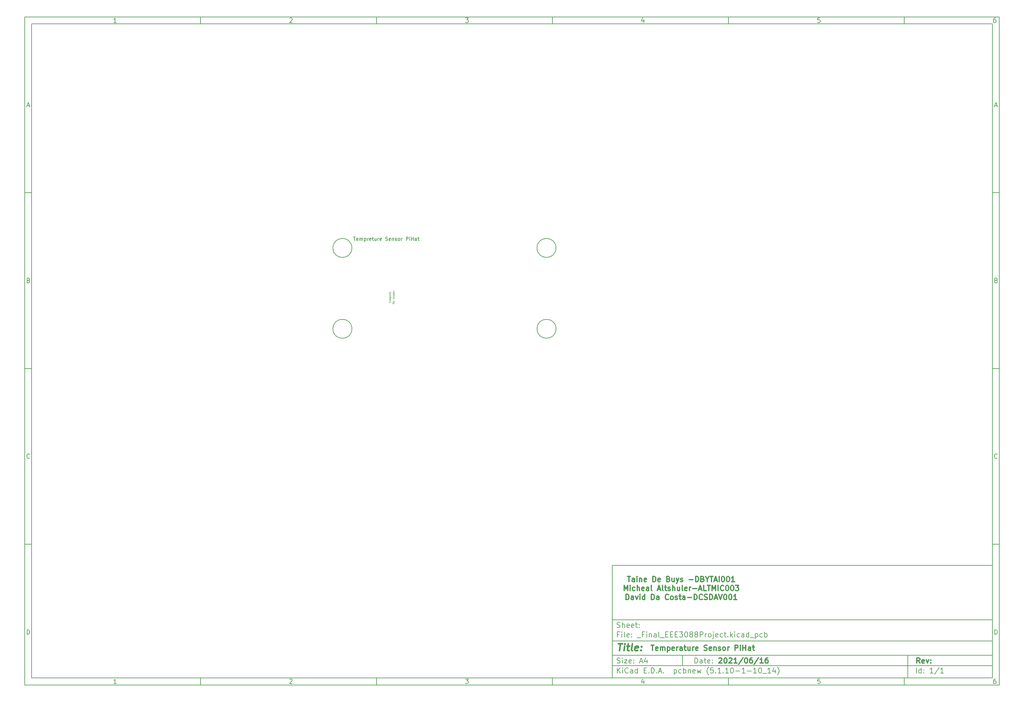
<source format=gbr>
%TF.GenerationSoftware,KiCad,Pcbnew,(5.1.10-1-10_14)*%
%TF.CreationDate,2021-06-17T20:45:02+02:00*%
%TF.ProjectId,_Final_EEE3088Project,5f46696e-616c-45f4-9545-453330383850,rev?*%
%TF.SameCoordinates,Original*%
%TF.FileFunction,Other,Comment*%
%FSLAX46Y46*%
G04 Gerber Fmt 4.6, Leading zero omitted, Abs format (unit mm)*
G04 Created by KiCad (PCBNEW (5.1.10-1-10_14)) date 2021-06-17 20:45:02*
%MOMM*%
%LPD*%
G01*
G04 APERTURE LIST*
%ADD10C,0.100000*%
%ADD11C,0.150000*%
%ADD12C,0.300000*%
%ADD13C,0.400000*%
%ADD14C,0.080000*%
G04 APERTURE END LIST*
D10*
D11*
X177002200Y-166007200D02*
X177002200Y-198007200D01*
X285002200Y-198007200D01*
X285002200Y-166007200D01*
X177002200Y-166007200D01*
D10*
D11*
X10000000Y-10000000D02*
X10000000Y-200007200D01*
X287002200Y-200007200D01*
X287002200Y-10000000D01*
X10000000Y-10000000D01*
D10*
D11*
X12000000Y-12000000D02*
X12000000Y-198007200D01*
X285002200Y-198007200D01*
X285002200Y-12000000D01*
X12000000Y-12000000D01*
D10*
D11*
X60000000Y-12000000D02*
X60000000Y-10000000D01*
D10*
D11*
X110000000Y-12000000D02*
X110000000Y-10000000D01*
D10*
D11*
X160000000Y-12000000D02*
X160000000Y-10000000D01*
D10*
D11*
X210000000Y-12000000D02*
X210000000Y-10000000D01*
D10*
D11*
X260000000Y-12000000D02*
X260000000Y-10000000D01*
D10*
D11*
X36065476Y-11588095D02*
X35322619Y-11588095D01*
X35694047Y-11588095D02*
X35694047Y-10288095D01*
X35570238Y-10473809D01*
X35446428Y-10597619D01*
X35322619Y-10659523D01*
D10*
D11*
X85322619Y-10411904D02*
X85384523Y-10350000D01*
X85508333Y-10288095D01*
X85817857Y-10288095D01*
X85941666Y-10350000D01*
X86003571Y-10411904D01*
X86065476Y-10535714D01*
X86065476Y-10659523D01*
X86003571Y-10845238D01*
X85260714Y-11588095D01*
X86065476Y-11588095D01*
D10*
D11*
X135260714Y-10288095D02*
X136065476Y-10288095D01*
X135632142Y-10783333D01*
X135817857Y-10783333D01*
X135941666Y-10845238D01*
X136003571Y-10907142D01*
X136065476Y-11030952D01*
X136065476Y-11340476D01*
X136003571Y-11464285D01*
X135941666Y-11526190D01*
X135817857Y-11588095D01*
X135446428Y-11588095D01*
X135322619Y-11526190D01*
X135260714Y-11464285D01*
D10*
D11*
X185941666Y-10721428D02*
X185941666Y-11588095D01*
X185632142Y-10226190D02*
X185322619Y-11154761D01*
X186127380Y-11154761D01*
D10*
D11*
X236003571Y-10288095D02*
X235384523Y-10288095D01*
X235322619Y-10907142D01*
X235384523Y-10845238D01*
X235508333Y-10783333D01*
X235817857Y-10783333D01*
X235941666Y-10845238D01*
X236003571Y-10907142D01*
X236065476Y-11030952D01*
X236065476Y-11340476D01*
X236003571Y-11464285D01*
X235941666Y-11526190D01*
X235817857Y-11588095D01*
X235508333Y-11588095D01*
X235384523Y-11526190D01*
X235322619Y-11464285D01*
D10*
D11*
X285941666Y-10288095D02*
X285694047Y-10288095D01*
X285570238Y-10350000D01*
X285508333Y-10411904D01*
X285384523Y-10597619D01*
X285322619Y-10845238D01*
X285322619Y-11340476D01*
X285384523Y-11464285D01*
X285446428Y-11526190D01*
X285570238Y-11588095D01*
X285817857Y-11588095D01*
X285941666Y-11526190D01*
X286003571Y-11464285D01*
X286065476Y-11340476D01*
X286065476Y-11030952D01*
X286003571Y-10907142D01*
X285941666Y-10845238D01*
X285817857Y-10783333D01*
X285570238Y-10783333D01*
X285446428Y-10845238D01*
X285384523Y-10907142D01*
X285322619Y-11030952D01*
D10*
D11*
X60000000Y-198007200D02*
X60000000Y-200007200D01*
D10*
D11*
X110000000Y-198007200D02*
X110000000Y-200007200D01*
D10*
D11*
X160000000Y-198007200D02*
X160000000Y-200007200D01*
D10*
D11*
X210000000Y-198007200D02*
X210000000Y-200007200D01*
D10*
D11*
X260000000Y-198007200D02*
X260000000Y-200007200D01*
D10*
D11*
X36065476Y-199595295D02*
X35322619Y-199595295D01*
X35694047Y-199595295D02*
X35694047Y-198295295D01*
X35570238Y-198481009D01*
X35446428Y-198604819D01*
X35322619Y-198666723D01*
D10*
D11*
X85322619Y-198419104D02*
X85384523Y-198357200D01*
X85508333Y-198295295D01*
X85817857Y-198295295D01*
X85941666Y-198357200D01*
X86003571Y-198419104D01*
X86065476Y-198542914D01*
X86065476Y-198666723D01*
X86003571Y-198852438D01*
X85260714Y-199595295D01*
X86065476Y-199595295D01*
D10*
D11*
X135260714Y-198295295D02*
X136065476Y-198295295D01*
X135632142Y-198790533D01*
X135817857Y-198790533D01*
X135941666Y-198852438D01*
X136003571Y-198914342D01*
X136065476Y-199038152D01*
X136065476Y-199347676D01*
X136003571Y-199471485D01*
X135941666Y-199533390D01*
X135817857Y-199595295D01*
X135446428Y-199595295D01*
X135322619Y-199533390D01*
X135260714Y-199471485D01*
D10*
D11*
X185941666Y-198728628D02*
X185941666Y-199595295D01*
X185632142Y-198233390D02*
X185322619Y-199161961D01*
X186127380Y-199161961D01*
D10*
D11*
X236003571Y-198295295D02*
X235384523Y-198295295D01*
X235322619Y-198914342D01*
X235384523Y-198852438D01*
X235508333Y-198790533D01*
X235817857Y-198790533D01*
X235941666Y-198852438D01*
X236003571Y-198914342D01*
X236065476Y-199038152D01*
X236065476Y-199347676D01*
X236003571Y-199471485D01*
X235941666Y-199533390D01*
X235817857Y-199595295D01*
X235508333Y-199595295D01*
X235384523Y-199533390D01*
X235322619Y-199471485D01*
D10*
D11*
X285941666Y-198295295D02*
X285694047Y-198295295D01*
X285570238Y-198357200D01*
X285508333Y-198419104D01*
X285384523Y-198604819D01*
X285322619Y-198852438D01*
X285322619Y-199347676D01*
X285384523Y-199471485D01*
X285446428Y-199533390D01*
X285570238Y-199595295D01*
X285817857Y-199595295D01*
X285941666Y-199533390D01*
X286003571Y-199471485D01*
X286065476Y-199347676D01*
X286065476Y-199038152D01*
X286003571Y-198914342D01*
X285941666Y-198852438D01*
X285817857Y-198790533D01*
X285570238Y-198790533D01*
X285446428Y-198852438D01*
X285384523Y-198914342D01*
X285322619Y-199038152D01*
D10*
D11*
X10000000Y-60000000D02*
X12000000Y-60000000D01*
D10*
D11*
X10000000Y-110000000D02*
X12000000Y-110000000D01*
D10*
D11*
X10000000Y-160000000D02*
X12000000Y-160000000D01*
D10*
D11*
X10690476Y-35216666D02*
X11309523Y-35216666D01*
X10566666Y-35588095D02*
X11000000Y-34288095D01*
X11433333Y-35588095D01*
D10*
D11*
X11092857Y-84907142D02*
X11278571Y-84969047D01*
X11340476Y-85030952D01*
X11402380Y-85154761D01*
X11402380Y-85340476D01*
X11340476Y-85464285D01*
X11278571Y-85526190D01*
X11154761Y-85588095D01*
X10659523Y-85588095D01*
X10659523Y-84288095D01*
X11092857Y-84288095D01*
X11216666Y-84350000D01*
X11278571Y-84411904D01*
X11340476Y-84535714D01*
X11340476Y-84659523D01*
X11278571Y-84783333D01*
X11216666Y-84845238D01*
X11092857Y-84907142D01*
X10659523Y-84907142D01*
D10*
D11*
X11402380Y-135464285D02*
X11340476Y-135526190D01*
X11154761Y-135588095D01*
X11030952Y-135588095D01*
X10845238Y-135526190D01*
X10721428Y-135402380D01*
X10659523Y-135278571D01*
X10597619Y-135030952D01*
X10597619Y-134845238D01*
X10659523Y-134597619D01*
X10721428Y-134473809D01*
X10845238Y-134350000D01*
X11030952Y-134288095D01*
X11154761Y-134288095D01*
X11340476Y-134350000D01*
X11402380Y-134411904D01*
D10*
D11*
X10659523Y-185588095D02*
X10659523Y-184288095D01*
X10969047Y-184288095D01*
X11154761Y-184350000D01*
X11278571Y-184473809D01*
X11340476Y-184597619D01*
X11402380Y-184845238D01*
X11402380Y-185030952D01*
X11340476Y-185278571D01*
X11278571Y-185402380D01*
X11154761Y-185526190D01*
X10969047Y-185588095D01*
X10659523Y-185588095D01*
D10*
D11*
X287002200Y-60000000D02*
X285002200Y-60000000D01*
D10*
D11*
X287002200Y-110000000D02*
X285002200Y-110000000D01*
D10*
D11*
X287002200Y-160000000D02*
X285002200Y-160000000D01*
D10*
D11*
X285692676Y-35216666D02*
X286311723Y-35216666D01*
X285568866Y-35588095D02*
X286002200Y-34288095D01*
X286435533Y-35588095D01*
D10*
D11*
X286095057Y-84907142D02*
X286280771Y-84969047D01*
X286342676Y-85030952D01*
X286404580Y-85154761D01*
X286404580Y-85340476D01*
X286342676Y-85464285D01*
X286280771Y-85526190D01*
X286156961Y-85588095D01*
X285661723Y-85588095D01*
X285661723Y-84288095D01*
X286095057Y-84288095D01*
X286218866Y-84350000D01*
X286280771Y-84411904D01*
X286342676Y-84535714D01*
X286342676Y-84659523D01*
X286280771Y-84783333D01*
X286218866Y-84845238D01*
X286095057Y-84907142D01*
X285661723Y-84907142D01*
D10*
D11*
X286404580Y-135464285D02*
X286342676Y-135526190D01*
X286156961Y-135588095D01*
X286033152Y-135588095D01*
X285847438Y-135526190D01*
X285723628Y-135402380D01*
X285661723Y-135278571D01*
X285599819Y-135030952D01*
X285599819Y-134845238D01*
X285661723Y-134597619D01*
X285723628Y-134473809D01*
X285847438Y-134350000D01*
X286033152Y-134288095D01*
X286156961Y-134288095D01*
X286342676Y-134350000D01*
X286404580Y-134411904D01*
D10*
D11*
X285661723Y-185588095D02*
X285661723Y-184288095D01*
X285971247Y-184288095D01*
X286156961Y-184350000D01*
X286280771Y-184473809D01*
X286342676Y-184597619D01*
X286404580Y-184845238D01*
X286404580Y-185030952D01*
X286342676Y-185278571D01*
X286280771Y-185402380D01*
X286156961Y-185526190D01*
X285971247Y-185588095D01*
X285661723Y-185588095D01*
D10*
D11*
X200434342Y-193785771D02*
X200434342Y-192285771D01*
X200791485Y-192285771D01*
X201005771Y-192357200D01*
X201148628Y-192500057D01*
X201220057Y-192642914D01*
X201291485Y-192928628D01*
X201291485Y-193142914D01*
X201220057Y-193428628D01*
X201148628Y-193571485D01*
X201005771Y-193714342D01*
X200791485Y-193785771D01*
X200434342Y-193785771D01*
X202577200Y-193785771D02*
X202577200Y-193000057D01*
X202505771Y-192857200D01*
X202362914Y-192785771D01*
X202077200Y-192785771D01*
X201934342Y-192857200D01*
X202577200Y-193714342D02*
X202434342Y-193785771D01*
X202077200Y-193785771D01*
X201934342Y-193714342D01*
X201862914Y-193571485D01*
X201862914Y-193428628D01*
X201934342Y-193285771D01*
X202077200Y-193214342D01*
X202434342Y-193214342D01*
X202577200Y-193142914D01*
X203077200Y-192785771D02*
X203648628Y-192785771D01*
X203291485Y-192285771D02*
X203291485Y-193571485D01*
X203362914Y-193714342D01*
X203505771Y-193785771D01*
X203648628Y-193785771D01*
X204720057Y-193714342D02*
X204577200Y-193785771D01*
X204291485Y-193785771D01*
X204148628Y-193714342D01*
X204077200Y-193571485D01*
X204077200Y-193000057D01*
X204148628Y-192857200D01*
X204291485Y-192785771D01*
X204577200Y-192785771D01*
X204720057Y-192857200D01*
X204791485Y-193000057D01*
X204791485Y-193142914D01*
X204077200Y-193285771D01*
X205434342Y-193642914D02*
X205505771Y-193714342D01*
X205434342Y-193785771D01*
X205362914Y-193714342D01*
X205434342Y-193642914D01*
X205434342Y-193785771D01*
X205434342Y-192857200D02*
X205505771Y-192928628D01*
X205434342Y-193000057D01*
X205362914Y-192928628D01*
X205434342Y-192857200D01*
X205434342Y-193000057D01*
D10*
D11*
X177002200Y-194507200D02*
X285002200Y-194507200D01*
D10*
D11*
X178434342Y-196585771D02*
X178434342Y-195085771D01*
X179291485Y-196585771D02*
X178648628Y-195728628D01*
X179291485Y-195085771D02*
X178434342Y-195942914D01*
X179934342Y-196585771D02*
X179934342Y-195585771D01*
X179934342Y-195085771D02*
X179862914Y-195157200D01*
X179934342Y-195228628D01*
X180005771Y-195157200D01*
X179934342Y-195085771D01*
X179934342Y-195228628D01*
X181505771Y-196442914D02*
X181434342Y-196514342D01*
X181220057Y-196585771D01*
X181077200Y-196585771D01*
X180862914Y-196514342D01*
X180720057Y-196371485D01*
X180648628Y-196228628D01*
X180577200Y-195942914D01*
X180577200Y-195728628D01*
X180648628Y-195442914D01*
X180720057Y-195300057D01*
X180862914Y-195157200D01*
X181077200Y-195085771D01*
X181220057Y-195085771D01*
X181434342Y-195157200D01*
X181505771Y-195228628D01*
X182791485Y-196585771D02*
X182791485Y-195800057D01*
X182720057Y-195657200D01*
X182577200Y-195585771D01*
X182291485Y-195585771D01*
X182148628Y-195657200D01*
X182791485Y-196514342D02*
X182648628Y-196585771D01*
X182291485Y-196585771D01*
X182148628Y-196514342D01*
X182077200Y-196371485D01*
X182077200Y-196228628D01*
X182148628Y-196085771D01*
X182291485Y-196014342D01*
X182648628Y-196014342D01*
X182791485Y-195942914D01*
X184148628Y-196585771D02*
X184148628Y-195085771D01*
X184148628Y-196514342D02*
X184005771Y-196585771D01*
X183720057Y-196585771D01*
X183577200Y-196514342D01*
X183505771Y-196442914D01*
X183434342Y-196300057D01*
X183434342Y-195871485D01*
X183505771Y-195728628D01*
X183577200Y-195657200D01*
X183720057Y-195585771D01*
X184005771Y-195585771D01*
X184148628Y-195657200D01*
X186005771Y-195800057D02*
X186505771Y-195800057D01*
X186720057Y-196585771D02*
X186005771Y-196585771D01*
X186005771Y-195085771D01*
X186720057Y-195085771D01*
X187362914Y-196442914D02*
X187434342Y-196514342D01*
X187362914Y-196585771D01*
X187291485Y-196514342D01*
X187362914Y-196442914D01*
X187362914Y-196585771D01*
X188077200Y-196585771D02*
X188077200Y-195085771D01*
X188434342Y-195085771D01*
X188648628Y-195157200D01*
X188791485Y-195300057D01*
X188862914Y-195442914D01*
X188934342Y-195728628D01*
X188934342Y-195942914D01*
X188862914Y-196228628D01*
X188791485Y-196371485D01*
X188648628Y-196514342D01*
X188434342Y-196585771D01*
X188077200Y-196585771D01*
X189577200Y-196442914D02*
X189648628Y-196514342D01*
X189577200Y-196585771D01*
X189505771Y-196514342D01*
X189577200Y-196442914D01*
X189577200Y-196585771D01*
X190220057Y-196157200D02*
X190934342Y-196157200D01*
X190077200Y-196585771D02*
X190577200Y-195085771D01*
X191077200Y-196585771D01*
X191577200Y-196442914D02*
X191648628Y-196514342D01*
X191577200Y-196585771D01*
X191505771Y-196514342D01*
X191577200Y-196442914D01*
X191577200Y-196585771D01*
X194577200Y-195585771D02*
X194577200Y-197085771D01*
X194577200Y-195657200D02*
X194720057Y-195585771D01*
X195005771Y-195585771D01*
X195148628Y-195657200D01*
X195220057Y-195728628D01*
X195291485Y-195871485D01*
X195291485Y-196300057D01*
X195220057Y-196442914D01*
X195148628Y-196514342D01*
X195005771Y-196585771D01*
X194720057Y-196585771D01*
X194577200Y-196514342D01*
X196577200Y-196514342D02*
X196434342Y-196585771D01*
X196148628Y-196585771D01*
X196005771Y-196514342D01*
X195934342Y-196442914D01*
X195862914Y-196300057D01*
X195862914Y-195871485D01*
X195934342Y-195728628D01*
X196005771Y-195657200D01*
X196148628Y-195585771D01*
X196434342Y-195585771D01*
X196577200Y-195657200D01*
X197220057Y-196585771D02*
X197220057Y-195085771D01*
X197220057Y-195657200D02*
X197362914Y-195585771D01*
X197648628Y-195585771D01*
X197791485Y-195657200D01*
X197862914Y-195728628D01*
X197934342Y-195871485D01*
X197934342Y-196300057D01*
X197862914Y-196442914D01*
X197791485Y-196514342D01*
X197648628Y-196585771D01*
X197362914Y-196585771D01*
X197220057Y-196514342D01*
X198577200Y-195585771D02*
X198577200Y-196585771D01*
X198577200Y-195728628D02*
X198648628Y-195657200D01*
X198791485Y-195585771D01*
X199005771Y-195585771D01*
X199148628Y-195657200D01*
X199220057Y-195800057D01*
X199220057Y-196585771D01*
X200505771Y-196514342D02*
X200362914Y-196585771D01*
X200077200Y-196585771D01*
X199934342Y-196514342D01*
X199862914Y-196371485D01*
X199862914Y-195800057D01*
X199934342Y-195657200D01*
X200077200Y-195585771D01*
X200362914Y-195585771D01*
X200505771Y-195657200D01*
X200577200Y-195800057D01*
X200577200Y-195942914D01*
X199862914Y-196085771D01*
X201077200Y-195585771D02*
X201362914Y-196585771D01*
X201648628Y-195871485D01*
X201934342Y-196585771D01*
X202220057Y-195585771D01*
X204362914Y-197157200D02*
X204291485Y-197085771D01*
X204148628Y-196871485D01*
X204077200Y-196728628D01*
X204005771Y-196514342D01*
X203934342Y-196157200D01*
X203934342Y-195871485D01*
X204005771Y-195514342D01*
X204077200Y-195300057D01*
X204148628Y-195157200D01*
X204291485Y-194942914D01*
X204362914Y-194871485D01*
X205648628Y-195085771D02*
X204934342Y-195085771D01*
X204862914Y-195800057D01*
X204934342Y-195728628D01*
X205077200Y-195657200D01*
X205434342Y-195657200D01*
X205577200Y-195728628D01*
X205648628Y-195800057D01*
X205720057Y-195942914D01*
X205720057Y-196300057D01*
X205648628Y-196442914D01*
X205577200Y-196514342D01*
X205434342Y-196585771D01*
X205077200Y-196585771D01*
X204934342Y-196514342D01*
X204862914Y-196442914D01*
X206362914Y-196442914D02*
X206434342Y-196514342D01*
X206362914Y-196585771D01*
X206291485Y-196514342D01*
X206362914Y-196442914D01*
X206362914Y-196585771D01*
X207862914Y-196585771D02*
X207005771Y-196585771D01*
X207434342Y-196585771D02*
X207434342Y-195085771D01*
X207291485Y-195300057D01*
X207148628Y-195442914D01*
X207005771Y-195514342D01*
X208505771Y-196442914D02*
X208577200Y-196514342D01*
X208505771Y-196585771D01*
X208434342Y-196514342D01*
X208505771Y-196442914D01*
X208505771Y-196585771D01*
X210005771Y-196585771D02*
X209148628Y-196585771D01*
X209577200Y-196585771D02*
X209577200Y-195085771D01*
X209434342Y-195300057D01*
X209291485Y-195442914D01*
X209148628Y-195514342D01*
X210934342Y-195085771D02*
X211077200Y-195085771D01*
X211220057Y-195157200D01*
X211291485Y-195228628D01*
X211362914Y-195371485D01*
X211434342Y-195657200D01*
X211434342Y-196014342D01*
X211362914Y-196300057D01*
X211291485Y-196442914D01*
X211220057Y-196514342D01*
X211077200Y-196585771D01*
X210934342Y-196585771D01*
X210791485Y-196514342D01*
X210720057Y-196442914D01*
X210648628Y-196300057D01*
X210577200Y-196014342D01*
X210577200Y-195657200D01*
X210648628Y-195371485D01*
X210720057Y-195228628D01*
X210791485Y-195157200D01*
X210934342Y-195085771D01*
X212077200Y-196014342D02*
X213220057Y-196014342D01*
X214720057Y-196585771D02*
X213862914Y-196585771D01*
X214291485Y-196585771D02*
X214291485Y-195085771D01*
X214148628Y-195300057D01*
X214005771Y-195442914D01*
X213862914Y-195514342D01*
X215362914Y-196014342D02*
X216505771Y-196014342D01*
X218005771Y-196585771D02*
X217148628Y-196585771D01*
X217577200Y-196585771D02*
X217577200Y-195085771D01*
X217434342Y-195300057D01*
X217291485Y-195442914D01*
X217148628Y-195514342D01*
X218934342Y-195085771D02*
X219077200Y-195085771D01*
X219220057Y-195157200D01*
X219291485Y-195228628D01*
X219362914Y-195371485D01*
X219434342Y-195657200D01*
X219434342Y-196014342D01*
X219362914Y-196300057D01*
X219291485Y-196442914D01*
X219220057Y-196514342D01*
X219077200Y-196585771D01*
X218934342Y-196585771D01*
X218791485Y-196514342D01*
X218720057Y-196442914D01*
X218648628Y-196300057D01*
X218577200Y-196014342D01*
X218577200Y-195657200D01*
X218648628Y-195371485D01*
X218720057Y-195228628D01*
X218791485Y-195157200D01*
X218934342Y-195085771D01*
X219720057Y-196728628D02*
X220862914Y-196728628D01*
X222005771Y-196585771D02*
X221148628Y-196585771D01*
X221577200Y-196585771D02*
X221577200Y-195085771D01*
X221434342Y-195300057D01*
X221291485Y-195442914D01*
X221148628Y-195514342D01*
X223291485Y-195585771D02*
X223291485Y-196585771D01*
X222934342Y-195014342D02*
X222577200Y-196085771D01*
X223505771Y-196085771D01*
X223934342Y-197157200D02*
X224005771Y-197085771D01*
X224148628Y-196871485D01*
X224220057Y-196728628D01*
X224291485Y-196514342D01*
X224362914Y-196157200D01*
X224362914Y-195871485D01*
X224291485Y-195514342D01*
X224220057Y-195300057D01*
X224148628Y-195157200D01*
X224005771Y-194942914D01*
X223934342Y-194871485D01*
D10*
D11*
X177002200Y-191507200D02*
X285002200Y-191507200D01*
D10*
D12*
X264411485Y-193785771D02*
X263911485Y-193071485D01*
X263554342Y-193785771D02*
X263554342Y-192285771D01*
X264125771Y-192285771D01*
X264268628Y-192357200D01*
X264340057Y-192428628D01*
X264411485Y-192571485D01*
X264411485Y-192785771D01*
X264340057Y-192928628D01*
X264268628Y-193000057D01*
X264125771Y-193071485D01*
X263554342Y-193071485D01*
X265625771Y-193714342D02*
X265482914Y-193785771D01*
X265197200Y-193785771D01*
X265054342Y-193714342D01*
X264982914Y-193571485D01*
X264982914Y-193000057D01*
X265054342Y-192857200D01*
X265197200Y-192785771D01*
X265482914Y-192785771D01*
X265625771Y-192857200D01*
X265697200Y-193000057D01*
X265697200Y-193142914D01*
X264982914Y-193285771D01*
X266197200Y-192785771D02*
X266554342Y-193785771D01*
X266911485Y-192785771D01*
X267482914Y-193642914D02*
X267554342Y-193714342D01*
X267482914Y-193785771D01*
X267411485Y-193714342D01*
X267482914Y-193642914D01*
X267482914Y-193785771D01*
X267482914Y-192857200D02*
X267554342Y-192928628D01*
X267482914Y-193000057D01*
X267411485Y-192928628D01*
X267482914Y-192857200D01*
X267482914Y-193000057D01*
D10*
D11*
X178362914Y-193714342D02*
X178577200Y-193785771D01*
X178934342Y-193785771D01*
X179077200Y-193714342D01*
X179148628Y-193642914D01*
X179220057Y-193500057D01*
X179220057Y-193357200D01*
X179148628Y-193214342D01*
X179077200Y-193142914D01*
X178934342Y-193071485D01*
X178648628Y-193000057D01*
X178505771Y-192928628D01*
X178434342Y-192857200D01*
X178362914Y-192714342D01*
X178362914Y-192571485D01*
X178434342Y-192428628D01*
X178505771Y-192357200D01*
X178648628Y-192285771D01*
X179005771Y-192285771D01*
X179220057Y-192357200D01*
X179862914Y-193785771D02*
X179862914Y-192785771D01*
X179862914Y-192285771D02*
X179791485Y-192357200D01*
X179862914Y-192428628D01*
X179934342Y-192357200D01*
X179862914Y-192285771D01*
X179862914Y-192428628D01*
X180434342Y-192785771D02*
X181220057Y-192785771D01*
X180434342Y-193785771D01*
X181220057Y-193785771D01*
X182362914Y-193714342D02*
X182220057Y-193785771D01*
X181934342Y-193785771D01*
X181791485Y-193714342D01*
X181720057Y-193571485D01*
X181720057Y-193000057D01*
X181791485Y-192857200D01*
X181934342Y-192785771D01*
X182220057Y-192785771D01*
X182362914Y-192857200D01*
X182434342Y-193000057D01*
X182434342Y-193142914D01*
X181720057Y-193285771D01*
X183077200Y-193642914D02*
X183148628Y-193714342D01*
X183077200Y-193785771D01*
X183005771Y-193714342D01*
X183077200Y-193642914D01*
X183077200Y-193785771D01*
X183077200Y-192857200D02*
X183148628Y-192928628D01*
X183077200Y-193000057D01*
X183005771Y-192928628D01*
X183077200Y-192857200D01*
X183077200Y-193000057D01*
X184862914Y-193357200D02*
X185577200Y-193357200D01*
X184720057Y-193785771D02*
X185220057Y-192285771D01*
X185720057Y-193785771D01*
X186862914Y-192785771D02*
X186862914Y-193785771D01*
X186505771Y-192214342D02*
X186148628Y-193285771D01*
X187077200Y-193285771D01*
D10*
D11*
X263434342Y-196585771D02*
X263434342Y-195085771D01*
X264791485Y-196585771D02*
X264791485Y-195085771D01*
X264791485Y-196514342D02*
X264648628Y-196585771D01*
X264362914Y-196585771D01*
X264220057Y-196514342D01*
X264148628Y-196442914D01*
X264077200Y-196300057D01*
X264077200Y-195871485D01*
X264148628Y-195728628D01*
X264220057Y-195657200D01*
X264362914Y-195585771D01*
X264648628Y-195585771D01*
X264791485Y-195657200D01*
X265505771Y-196442914D02*
X265577200Y-196514342D01*
X265505771Y-196585771D01*
X265434342Y-196514342D01*
X265505771Y-196442914D01*
X265505771Y-196585771D01*
X265505771Y-195657200D02*
X265577200Y-195728628D01*
X265505771Y-195800057D01*
X265434342Y-195728628D01*
X265505771Y-195657200D01*
X265505771Y-195800057D01*
X268148628Y-196585771D02*
X267291485Y-196585771D01*
X267720057Y-196585771D02*
X267720057Y-195085771D01*
X267577200Y-195300057D01*
X267434342Y-195442914D01*
X267291485Y-195514342D01*
X269862914Y-195014342D02*
X268577200Y-196942914D01*
X271148628Y-196585771D02*
X270291485Y-196585771D01*
X270720057Y-196585771D02*
X270720057Y-195085771D01*
X270577200Y-195300057D01*
X270434342Y-195442914D01*
X270291485Y-195514342D01*
D10*
D11*
X177002200Y-187507200D02*
X285002200Y-187507200D01*
D10*
D13*
X178714580Y-188211961D02*
X179857438Y-188211961D01*
X179036009Y-190211961D02*
X179286009Y-188211961D01*
X180274104Y-190211961D02*
X180440771Y-188878628D01*
X180524104Y-188211961D02*
X180416961Y-188307200D01*
X180500295Y-188402438D01*
X180607438Y-188307200D01*
X180524104Y-188211961D01*
X180500295Y-188402438D01*
X181107438Y-188878628D02*
X181869342Y-188878628D01*
X181476485Y-188211961D02*
X181262200Y-189926247D01*
X181333628Y-190116723D01*
X181512200Y-190211961D01*
X181702676Y-190211961D01*
X182655057Y-190211961D02*
X182476485Y-190116723D01*
X182405057Y-189926247D01*
X182619342Y-188211961D01*
X184190771Y-190116723D02*
X183988390Y-190211961D01*
X183607438Y-190211961D01*
X183428866Y-190116723D01*
X183357438Y-189926247D01*
X183452676Y-189164342D01*
X183571723Y-188973866D01*
X183774104Y-188878628D01*
X184155057Y-188878628D01*
X184333628Y-188973866D01*
X184405057Y-189164342D01*
X184381247Y-189354819D01*
X183405057Y-189545295D01*
X185155057Y-190021485D02*
X185238390Y-190116723D01*
X185131247Y-190211961D01*
X185047914Y-190116723D01*
X185155057Y-190021485D01*
X185131247Y-190211961D01*
X185286009Y-188973866D02*
X185369342Y-189069104D01*
X185262200Y-189164342D01*
X185178866Y-189069104D01*
X185286009Y-188973866D01*
X185262200Y-189164342D01*
D10*
D11*
X178934342Y-185600057D02*
X178434342Y-185600057D01*
X178434342Y-186385771D02*
X178434342Y-184885771D01*
X179148628Y-184885771D01*
X179720057Y-186385771D02*
X179720057Y-185385771D01*
X179720057Y-184885771D02*
X179648628Y-184957200D01*
X179720057Y-185028628D01*
X179791485Y-184957200D01*
X179720057Y-184885771D01*
X179720057Y-185028628D01*
X180648628Y-186385771D02*
X180505771Y-186314342D01*
X180434342Y-186171485D01*
X180434342Y-184885771D01*
X181791485Y-186314342D02*
X181648628Y-186385771D01*
X181362914Y-186385771D01*
X181220057Y-186314342D01*
X181148628Y-186171485D01*
X181148628Y-185600057D01*
X181220057Y-185457200D01*
X181362914Y-185385771D01*
X181648628Y-185385771D01*
X181791485Y-185457200D01*
X181862914Y-185600057D01*
X181862914Y-185742914D01*
X181148628Y-185885771D01*
X182505771Y-186242914D02*
X182577200Y-186314342D01*
X182505771Y-186385771D01*
X182434342Y-186314342D01*
X182505771Y-186242914D01*
X182505771Y-186385771D01*
X182505771Y-185457200D02*
X182577200Y-185528628D01*
X182505771Y-185600057D01*
X182434342Y-185528628D01*
X182505771Y-185457200D01*
X182505771Y-185600057D01*
X184005771Y-186528628D02*
X185148628Y-186528628D01*
X186005771Y-185600057D02*
X185505771Y-185600057D01*
X185505771Y-186385771D02*
X185505771Y-184885771D01*
X186220057Y-184885771D01*
X186791485Y-186385771D02*
X186791485Y-185385771D01*
X186791485Y-184885771D02*
X186720057Y-184957200D01*
X186791485Y-185028628D01*
X186862914Y-184957200D01*
X186791485Y-184885771D01*
X186791485Y-185028628D01*
X187505771Y-185385771D02*
X187505771Y-186385771D01*
X187505771Y-185528628D02*
X187577200Y-185457200D01*
X187720057Y-185385771D01*
X187934342Y-185385771D01*
X188077200Y-185457200D01*
X188148628Y-185600057D01*
X188148628Y-186385771D01*
X189505771Y-186385771D02*
X189505771Y-185600057D01*
X189434342Y-185457200D01*
X189291485Y-185385771D01*
X189005771Y-185385771D01*
X188862914Y-185457200D01*
X189505771Y-186314342D02*
X189362914Y-186385771D01*
X189005771Y-186385771D01*
X188862914Y-186314342D01*
X188791485Y-186171485D01*
X188791485Y-186028628D01*
X188862914Y-185885771D01*
X189005771Y-185814342D01*
X189362914Y-185814342D01*
X189505771Y-185742914D01*
X190434342Y-186385771D02*
X190291485Y-186314342D01*
X190220057Y-186171485D01*
X190220057Y-184885771D01*
X190648628Y-186528628D02*
X191791485Y-186528628D01*
X192148628Y-185600057D02*
X192648628Y-185600057D01*
X192862914Y-186385771D02*
X192148628Y-186385771D01*
X192148628Y-184885771D01*
X192862914Y-184885771D01*
X193505771Y-185600057D02*
X194005771Y-185600057D01*
X194220057Y-186385771D02*
X193505771Y-186385771D01*
X193505771Y-184885771D01*
X194220057Y-184885771D01*
X194862914Y-185600057D02*
X195362914Y-185600057D01*
X195577200Y-186385771D02*
X194862914Y-186385771D01*
X194862914Y-184885771D01*
X195577200Y-184885771D01*
X196077200Y-184885771D02*
X197005771Y-184885771D01*
X196505771Y-185457200D01*
X196720057Y-185457200D01*
X196862914Y-185528628D01*
X196934342Y-185600057D01*
X197005771Y-185742914D01*
X197005771Y-186100057D01*
X196934342Y-186242914D01*
X196862914Y-186314342D01*
X196720057Y-186385771D01*
X196291485Y-186385771D01*
X196148628Y-186314342D01*
X196077200Y-186242914D01*
X197934342Y-184885771D02*
X198077200Y-184885771D01*
X198220057Y-184957200D01*
X198291485Y-185028628D01*
X198362914Y-185171485D01*
X198434342Y-185457200D01*
X198434342Y-185814342D01*
X198362914Y-186100057D01*
X198291485Y-186242914D01*
X198220057Y-186314342D01*
X198077200Y-186385771D01*
X197934342Y-186385771D01*
X197791485Y-186314342D01*
X197720057Y-186242914D01*
X197648628Y-186100057D01*
X197577200Y-185814342D01*
X197577200Y-185457200D01*
X197648628Y-185171485D01*
X197720057Y-185028628D01*
X197791485Y-184957200D01*
X197934342Y-184885771D01*
X199291485Y-185528628D02*
X199148628Y-185457200D01*
X199077200Y-185385771D01*
X199005771Y-185242914D01*
X199005771Y-185171485D01*
X199077200Y-185028628D01*
X199148628Y-184957200D01*
X199291485Y-184885771D01*
X199577200Y-184885771D01*
X199720057Y-184957200D01*
X199791485Y-185028628D01*
X199862914Y-185171485D01*
X199862914Y-185242914D01*
X199791485Y-185385771D01*
X199720057Y-185457200D01*
X199577200Y-185528628D01*
X199291485Y-185528628D01*
X199148628Y-185600057D01*
X199077200Y-185671485D01*
X199005771Y-185814342D01*
X199005771Y-186100057D01*
X199077200Y-186242914D01*
X199148628Y-186314342D01*
X199291485Y-186385771D01*
X199577200Y-186385771D01*
X199720057Y-186314342D01*
X199791485Y-186242914D01*
X199862914Y-186100057D01*
X199862914Y-185814342D01*
X199791485Y-185671485D01*
X199720057Y-185600057D01*
X199577200Y-185528628D01*
X200720057Y-185528628D02*
X200577200Y-185457200D01*
X200505771Y-185385771D01*
X200434342Y-185242914D01*
X200434342Y-185171485D01*
X200505771Y-185028628D01*
X200577200Y-184957200D01*
X200720057Y-184885771D01*
X201005771Y-184885771D01*
X201148628Y-184957200D01*
X201220057Y-185028628D01*
X201291485Y-185171485D01*
X201291485Y-185242914D01*
X201220057Y-185385771D01*
X201148628Y-185457200D01*
X201005771Y-185528628D01*
X200720057Y-185528628D01*
X200577200Y-185600057D01*
X200505771Y-185671485D01*
X200434342Y-185814342D01*
X200434342Y-186100057D01*
X200505771Y-186242914D01*
X200577200Y-186314342D01*
X200720057Y-186385771D01*
X201005771Y-186385771D01*
X201148628Y-186314342D01*
X201220057Y-186242914D01*
X201291485Y-186100057D01*
X201291485Y-185814342D01*
X201220057Y-185671485D01*
X201148628Y-185600057D01*
X201005771Y-185528628D01*
X201934342Y-186385771D02*
X201934342Y-184885771D01*
X202505771Y-184885771D01*
X202648628Y-184957200D01*
X202720057Y-185028628D01*
X202791485Y-185171485D01*
X202791485Y-185385771D01*
X202720057Y-185528628D01*
X202648628Y-185600057D01*
X202505771Y-185671485D01*
X201934342Y-185671485D01*
X203434342Y-186385771D02*
X203434342Y-185385771D01*
X203434342Y-185671485D02*
X203505771Y-185528628D01*
X203577200Y-185457200D01*
X203720057Y-185385771D01*
X203862914Y-185385771D01*
X204577200Y-186385771D02*
X204434342Y-186314342D01*
X204362914Y-186242914D01*
X204291485Y-186100057D01*
X204291485Y-185671485D01*
X204362914Y-185528628D01*
X204434342Y-185457200D01*
X204577200Y-185385771D01*
X204791485Y-185385771D01*
X204934342Y-185457200D01*
X205005771Y-185528628D01*
X205077200Y-185671485D01*
X205077200Y-186100057D01*
X205005771Y-186242914D01*
X204934342Y-186314342D01*
X204791485Y-186385771D01*
X204577200Y-186385771D01*
X205720057Y-185385771D02*
X205720057Y-186671485D01*
X205648628Y-186814342D01*
X205505771Y-186885771D01*
X205434342Y-186885771D01*
X205720057Y-184885771D02*
X205648628Y-184957200D01*
X205720057Y-185028628D01*
X205791485Y-184957200D01*
X205720057Y-184885771D01*
X205720057Y-185028628D01*
X207005771Y-186314342D02*
X206862914Y-186385771D01*
X206577200Y-186385771D01*
X206434342Y-186314342D01*
X206362914Y-186171485D01*
X206362914Y-185600057D01*
X206434342Y-185457200D01*
X206577200Y-185385771D01*
X206862914Y-185385771D01*
X207005771Y-185457200D01*
X207077200Y-185600057D01*
X207077200Y-185742914D01*
X206362914Y-185885771D01*
X208362914Y-186314342D02*
X208220057Y-186385771D01*
X207934342Y-186385771D01*
X207791485Y-186314342D01*
X207720057Y-186242914D01*
X207648628Y-186100057D01*
X207648628Y-185671485D01*
X207720057Y-185528628D01*
X207791485Y-185457200D01*
X207934342Y-185385771D01*
X208220057Y-185385771D01*
X208362914Y-185457200D01*
X208791485Y-185385771D02*
X209362914Y-185385771D01*
X209005771Y-184885771D02*
X209005771Y-186171485D01*
X209077200Y-186314342D01*
X209220057Y-186385771D01*
X209362914Y-186385771D01*
X209862914Y-186242914D02*
X209934342Y-186314342D01*
X209862914Y-186385771D01*
X209791485Y-186314342D01*
X209862914Y-186242914D01*
X209862914Y-186385771D01*
X210577200Y-186385771D02*
X210577200Y-184885771D01*
X210720057Y-185814342D02*
X211148628Y-186385771D01*
X211148628Y-185385771D02*
X210577200Y-185957200D01*
X211791485Y-186385771D02*
X211791485Y-185385771D01*
X211791485Y-184885771D02*
X211720057Y-184957200D01*
X211791485Y-185028628D01*
X211862914Y-184957200D01*
X211791485Y-184885771D01*
X211791485Y-185028628D01*
X213148628Y-186314342D02*
X213005771Y-186385771D01*
X212720057Y-186385771D01*
X212577200Y-186314342D01*
X212505771Y-186242914D01*
X212434342Y-186100057D01*
X212434342Y-185671485D01*
X212505771Y-185528628D01*
X212577200Y-185457200D01*
X212720057Y-185385771D01*
X213005771Y-185385771D01*
X213148628Y-185457200D01*
X214434342Y-186385771D02*
X214434342Y-185600057D01*
X214362914Y-185457200D01*
X214220057Y-185385771D01*
X213934342Y-185385771D01*
X213791485Y-185457200D01*
X214434342Y-186314342D02*
X214291485Y-186385771D01*
X213934342Y-186385771D01*
X213791485Y-186314342D01*
X213720057Y-186171485D01*
X213720057Y-186028628D01*
X213791485Y-185885771D01*
X213934342Y-185814342D01*
X214291485Y-185814342D01*
X214434342Y-185742914D01*
X215791485Y-186385771D02*
X215791485Y-184885771D01*
X215791485Y-186314342D02*
X215648628Y-186385771D01*
X215362914Y-186385771D01*
X215220057Y-186314342D01*
X215148628Y-186242914D01*
X215077200Y-186100057D01*
X215077200Y-185671485D01*
X215148628Y-185528628D01*
X215220057Y-185457200D01*
X215362914Y-185385771D01*
X215648628Y-185385771D01*
X215791485Y-185457200D01*
X216148628Y-186528628D02*
X217291485Y-186528628D01*
X217648628Y-185385771D02*
X217648628Y-186885771D01*
X217648628Y-185457200D02*
X217791485Y-185385771D01*
X218077200Y-185385771D01*
X218220057Y-185457200D01*
X218291485Y-185528628D01*
X218362914Y-185671485D01*
X218362914Y-186100057D01*
X218291485Y-186242914D01*
X218220057Y-186314342D01*
X218077200Y-186385771D01*
X217791485Y-186385771D01*
X217648628Y-186314342D01*
X219648628Y-186314342D02*
X219505771Y-186385771D01*
X219220057Y-186385771D01*
X219077200Y-186314342D01*
X219005771Y-186242914D01*
X218934342Y-186100057D01*
X218934342Y-185671485D01*
X219005771Y-185528628D01*
X219077200Y-185457200D01*
X219220057Y-185385771D01*
X219505771Y-185385771D01*
X219648628Y-185457200D01*
X220291485Y-186385771D02*
X220291485Y-184885771D01*
X220291485Y-185457200D02*
X220434342Y-185385771D01*
X220720057Y-185385771D01*
X220862914Y-185457200D01*
X220934342Y-185528628D01*
X221005771Y-185671485D01*
X221005771Y-186100057D01*
X220934342Y-186242914D01*
X220862914Y-186314342D01*
X220720057Y-186385771D01*
X220434342Y-186385771D01*
X220291485Y-186314342D01*
D10*
D11*
X177002200Y-181507200D02*
X285002200Y-181507200D01*
D10*
D11*
X178362914Y-183614342D02*
X178577200Y-183685771D01*
X178934342Y-183685771D01*
X179077200Y-183614342D01*
X179148628Y-183542914D01*
X179220057Y-183400057D01*
X179220057Y-183257200D01*
X179148628Y-183114342D01*
X179077200Y-183042914D01*
X178934342Y-182971485D01*
X178648628Y-182900057D01*
X178505771Y-182828628D01*
X178434342Y-182757200D01*
X178362914Y-182614342D01*
X178362914Y-182471485D01*
X178434342Y-182328628D01*
X178505771Y-182257200D01*
X178648628Y-182185771D01*
X179005771Y-182185771D01*
X179220057Y-182257200D01*
X179862914Y-183685771D02*
X179862914Y-182185771D01*
X180505771Y-183685771D02*
X180505771Y-182900057D01*
X180434342Y-182757200D01*
X180291485Y-182685771D01*
X180077200Y-182685771D01*
X179934342Y-182757200D01*
X179862914Y-182828628D01*
X181791485Y-183614342D02*
X181648628Y-183685771D01*
X181362914Y-183685771D01*
X181220057Y-183614342D01*
X181148628Y-183471485D01*
X181148628Y-182900057D01*
X181220057Y-182757200D01*
X181362914Y-182685771D01*
X181648628Y-182685771D01*
X181791485Y-182757200D01*
X181862914Y-182900057D01*
X181862914Y-183042914D01*
X181148628Y-183185771D01*
X183077200Y-183614342D02*
X182934342Y-183685771D01*
X182648628Y-183685771D01*
X182505771Y-183614342D01*
X182434342Y-183471485D01*
X182434342Y-182900057D01*
X182505771Y-182757200D01*
X182648628Y-182685771D01*
X182934342Y-182685771D01*
X183077200Y-182757200D01*
X183148628Y-182900057D01*
X183148628Y-183042914D01*
X182434342Y-183185771D01*
X183577200Y-182685771D02*
X184148628Y-182685771D01*
X183791485Y-182185771D02*
X183791485Y-183471485D01*
X183862914Y-183614342D01*
X184005771Y-183685771D01*
X184148628Y-183685771D01*
X184648628Y-183542914D02*
X184720057Y-183614342D01*
X184648628Y-183685771D01*
X184577200Y-183614342D01*
X184648628Y-183542914D01*
X184648628Y-183685771D01*
X184648628Y-182757200D02*
X184720057Y-182828628D01*
X184648628Y-182900057D01*
X184577200Y-182828628D01*
X184648628Y-182757200D01*
X184648628Y-182900057D01*
D10*
D11*
X197002200Y-191507200D02*
X197002200Y-194507200D01*
D10*
D11*
X261002200Y-191507200D02*
X261002200Y-198007200D01*
X103442666Y-72604380D02*
X104014095Y-72604380D01*
X103728380Y-73604380D02*
X103728380Y-72604380D01*
X104728380Y-73556761D02*
X104633142Y-73604380D01*
X104442666Y-73604380D01*
X104347428Y-73556761D01*
X104299809Y-73461523D01*
X104299809Y-73080571D01*
X104347428Y-72985333D01*
X104442666Y-72937714D01*
X104633142Y-72937714D01*
X104728380Y-72985333D01*
X104776000Y-73080571D01*
X104776000Y-73175809D01*
X104299809Y-73271047D01*
X105204571Y-73604380D02*
X105204571Y-72937714D01*
X105204571Y-73032952D02*
X105252190Y-72985333D01*
X105347428Y-72937714D01*
X105490285Y-72937714D01*
X105585523Y-72985333D01*
X105633142Y-73080571D01*
X105633142Y-73604380D01*
X105633142Y-73080571D02*
X105680761Y-72985333D01*
X105776000Y-72937714D01*
X105918857Y-72937714D01*
X106014095Y-72985333D01*
X106061714Y-73080571D01*
X106061714Y-73604380D01*
X106537904Y-72937714D02*
X106537904Y-73937714D01*
X106537904Y-72985333D02*
X106633142Y-72937714D01*
X106823619Y-72937714D01*
X106918857Y-72985333D01*
X106966476Y-73032952D01*
X107014095Y-73128190D01*
X107014095Y-73413904D01*
X106966476Y-73509142D01*
X106918857Y-73556761D01*
X106823619Y-73604380D01*
X106633142Y-73604380D01*
X106537904Y-73556761D01*
X107442666Y-73604380D02*
X107442666Y-72937714D01*
X107442666Y-73128190D02*
X107490285Y-73032952D01*
X107537904Y-72985333D01*
X107633142Y-72937714D01*
X107728380Y-72937714D01*
X108442666Y-73556761D02*
X108347428Y-73604380D01*
X108156952Y-73604380D01*
X108061714Y-73556761D01*
X108014095Y-73461523D01*
X108014095Y-73080571D01*
X108061714Y-72985333D01*
X108156952Y-72937714D01*
X108347428Y-72937714D01*
X108442666Y-72985333D01*
X108490285Y-73080571D01*
X108490285Y-73175809D01*
X108014095Y-73271047D01*
X108776000Y-72937714D02*
X109156952Y-72937714D01*
X108918857Y-72604380D02*
X108918857Y-73461523D01*
X108966476Y-73556761D01*
X109061714Y-73604380D01*
X109156952Y-73604380D01*
X109918857Y-72937714D02*
X109918857Y-73604380D01*
X109490285Y-72937714D02*
X109490285Y-73461523D01*
X109537904Y-73556761D01*
X109633142Y-73604380D01*
X109776000Y-73604380D01*
X109871238Y-73556761D01*
X109918857Y-73509142D01*
X110395047Y-73604380D02*
X110395047Y-72937714D01*
X110395047Y-73128190D02*
X110442666Y-73032952D01*
X110490285Y-72985333D01*
X110585523Y-72937714D01*
X110680761Y-72937714D01*
X111395047Y-73556761D02*
X111299809Y-73604380D01*
X111109333Y-73604380D01*
X111014095Y-73556761D01*
X110966476Y-73461523D01*
X110966476Y-73080571D01*
X111014095Y-72985333D01*
X111109333Y-72937714D01*
X111299809Y-72937714D01*
X111395047Y-72985333D01*
X111442666Y-73080571D01*
X111442666Y-73175809D01*
X110966476Y-73271047D01*
X112585523Y-73556761D02*
X112728380Y-73604380D01*
X112966476Y-73604380D01*
X113061714Y-73556761D01*
X113109333Y-73509142D01*
X113156952Y-73413904D01*
X113156952Y-73318666D01*
X113109333Y-73223428D01*
X113061714Y-73175809D01*
X112966476Y-73128190D01*
X112776000Y-73080571D01*
X112680761Y-73032952D01*
X112633142Y-72985333D01*
X112585523Y-72890095D01*
X112585523Y-72794857D01*
X112633142Y-72699619D01*
X112680761Y-72652000D01*
X112776000Y-72604380D01*
X113014095Y-72604380D01*
X113156952Y-72652000D01*
X113966476Y-73556761D02*
X113871238Y-73604380D01*
X113680761Y-73604380D01*
X113585523Y-73556761D01*
X113537904Y-73461523D01*
X113537904Y-73080571D01*
X113585523Y-72985333D01*
X113680761Y-72937714D01*
X113871238Y-72937714D01*
X113966476Y-72985333D01*
X114014095Y-73080571D01*
X114014095Y-73175809D01*
X113537904Y-73271047D01*
X114442666Y-72937714D02*
X114442666Y-73604380D01*
X114442666Y-73032952D02*
X114490285Y-72985333D01*
X114585523Y-72937714D01*
X114728380Y-72937714D01*
X114823619Y-72985333D01*
X114871238Y-73080571D01*
X114871238Y-73604380D01*
X115299809Y-73556761D02*
X115395047Y-73604380D01*
X115585523Y-73604380D01*
X115680761Y-73556761D01*
X115728380Y-73461523D01*
X115728380Y-73413904D01*
X115680761Y-73318666D01*
X115585523Y-73271047D01*
X115442666Y-73271047D01*
X115347428Y-73223428D01*
X115299809Y-73128190D01*
X115299809Y-73080571D01*
X115347428Y-72985333D01*
X115442666Y-72937714D01*
X115585523Y-72937714D01*
X115680761Y-72985333D01*
X116299809Y-73604380D02*
X116204571Y-73556761D01*
X116156952Y-73509142D01*
X116109333Y-73413904D01*
X116109333Y-73128190D01*
X116156952Y-73032952D01*
X116204571Y-72985333D01*
X116299809Y-72937714D01*
X116442666Y-72937714D01*
X116537904Y-72985333D01*
X116585523Y-73032952D01*
X116633142Y-73128190D01*
X116633142Y-73413904D01*
X116585523Y-73509142D01*
X116537904Y-73556761D01*
X116442666Y-73604380D01*
X116299809Y-73604380D01*
X117061714Y-73604380D02*
X117061714Y-72937714D01*
X117061714Y-73128190D02*
X117109333Y-73032952D01*
X117156952Y-72985333D01*
X117252190Y-72937714D01*
X117347428Y-72937714D01*
X118442666Y-73604380D02*
X118442666Y-72604380D01*
X118823619Y-72604380D01*
X118918857Y-72652000D01*
X118966476Y-72699619D01*
X119014095Y-72794857D01*
X119014095Y-72937714D01*
X118966476Y-73032952D01*
X118918857Y-73080571D01*
X118823619Y-73128190D01*
X118442666Y-73128190D01*
X119442666Y-73604380D02*
X119442666Y-72937714D01*
X119442666Y-72604380D02*
X119395047Y-72652000D01*
X119442666Y-72699619D01*
X119490285Y-72652000D01*
X119442666Y-72604380D01*
X119442666Y-72699619D01*
X119918857Y-73604380D02*
X119918857Y-72604380D01*
X119918857Y-73080571D02*
X120490285Y-73080571D01*
X120490285Y-73604380D02*
X120490285Y-72604380D01*
X121395047Y-73604380D02*
X121395047Y-73080571D01*
X121347428Y-72985333D01*
X121252190Y-72937714D01*
X121061714Y-72937714D01*
X120966476Y-72985333D01*
X121395047Y-73556761D02*
X121299809Y-73604380D01*
X121061714Y-73604380D01*
X120966476Y-73556761D01*
X120918857Y-73461523D01*
X120918857Y-73366285D01*
X120966476Y-73271047D01*
X121061714Y-73223428D01*
X121299809Y-73223428D01*
X121395047Y-73175809D01*
X121728380Y-72937714D02*
X122109333Y-72937714D01*
X121871238Y-72604380D02*
X121871238Y-73461523D01*
X121918857Y-73556761D01*
X122014095Y-73604380D01*
X122109333Y-73604380D01*
D12*
X181314285Y-169128571D02*
X182171428Y-169128571D01*
X181742857Y-170628571D02*
X181742857Y-169128571D01*
X183314285Y-170628571D02*
X183314285Y-169842857D01*
X183242857Y-169700000D01*
X183100000Y-169628571D01*
X182814285Y-169628571D01*
X182671428Y-169700000D01*
X183314285Y-170557142D02*
X183171428Y-170628571D01*
X182814285Y-170628571D01*
X182671428Y-170557142D01*
X182600000Y-170414285D01*
X182600000Y-170271428D01*
X182671428Y-170128571D01*
X182814285Y-170057142D01*
X183171428Y-170057142D01*
X183314285Y-169985714D01*
X184028571Y-170628571D02*
X184028571Y-169628571D01*
X184028571Y-169128571D02*
X183957142Y-169200000D01*
X184028571Y-169271428D01*
X184100000Y-169200000D01*
X184028571Y-169128571D01*
X184028571Y-169271428D01*
X184742857Y-169628571D02*
X184742857Y-170628571D01*
X184742857Y-169771428D02*
X184814285Y-169700000D01*
X184957142Y-169628571D01*
X185171428Y-169628571D01*
X185314285Y-169700000D01*
X185385714Y-169842857D01*
X185385714Y-170628571D01*
X186671428Y-170557142D02*
X186528571Y-170628571D01*
X186242857Y-170628571D01*
X186100000Y-170557142D01*
X186028571Y-170414285D01*
X186028571Y-169842857D01*
X186100000Y-169700000D01*
X186242857Y-169628571D01*
X186528571Y-169628571D01*
X186671428Y-169700000D01*
X186742857Y-169842857D01*
X186742857Y-169985714D01*
X186028571Y-170128571D01*
X188528571Y-170628571D02*
X188528571Y-169128571D01*
X188885714Y-169128571D01*
X189100000Y-169200000D01*
X189242857Y-169342857D01*
X189314285Y-169485714D01*
X189385714Y-169771428D01*
X189385714Y-169985714D01*
X189314285Y-170271428D01*
X189242857Y-170414285D01*
X189100000Y-170557142D01*
X188885714Y-170628571D01*
X188528571Y-170628571D01*
X190600000Y-170557142D02*
X190457142Y-170628571D01*
X190171428Y-170628571D01*
X190028571Y-170557142D01*
X189957142Y-170414285D01*
X189957142Y-169842857D01*
X190028571Y-169700000D01*
X190171428Y-169628571D01*
X190457142Y-169628571D01*
X190600000Y-169700000D01*
X190671428Y-169842857D01*
X190671428Y-169985714D01*
X189957142Y-170128571D01*
X192957142Y-169842857D02*
X193171428Y-169914285D01*
X193242857Y-169985714D01*
X193314285Y-170128571D01*
X193314285Y-170342857D01*
X193242857Y-170485714D01*
X193171428Y-170557142D01*
X193028571Y-170628571D01*
X192457142Y-170628571D01*
X192457142Y-169128571D01*
X192957142Y-169128571D01*
X193100000Y-169200000D01*
X193171428Y-169271428D01*
X193242857Y-169414285D01*
X193242857Y-169557142D01*
X193171428Y-169700000D01*
X193100000Y-169771428D01*
X192957142Y-169842857D01*
X192457142Y-169842857D01*
X194600000Y-169628571D02*
X194600000Y-170628571D01*
X193957142Y-169628571D02*
X193957142Y-170414285D01*
X194028571Y-170557142D01*
X194171428Y-170628571D01*
X194385714Y-170628571D01*
X194528571Y-170557142D01*
X194600000Y-170485714D01*
X195171428Y-169628571D02*
X195528571Y-170628571D01*
X195885714Y-169628571D02*
X195528571Y-170628571D01*
X195385714Y-170985714D01*
X195314285Y-171057142D01*
X195171428Y-171128571D01*
X196385714Y-170557142D02*
X196528571Y-170628571D01*
X196814285Y-170628571D01*
X196957142Y-170557142D01*
X197028571Y-170414285D01*
X197028571Y-170342857D01*
X196957142Y-170200000D01*
X196814285Y-170128571D01*
X196600000Y-170128571D01*
X196457142Y-170057142D01*
X196385714Y-169914285D01*
X196385714Y-169842857D01*
X196457142Y-169700000D01*
X196600000Y-169628571D01*
X196814285Y-169628571D01*
X196957142Y-169700000D01*
X198814285Y-170057142D02*
X199957142Y-170057142D01*
X200671428Y-170628571D02*
X200671428Y-169128571D01*
X201028571Y-169128571D01*
X201242857Y-169200000D01*
X201385714Y-169342857D01*
X201457142Y-169485714D01*
X201528571Y-169771428D01*
X201528571Y-169985714D01*
X201457142Y-170271428D01*
X201385714Y-170414285D01*
X201242857Y-170557142D01*
X201028571Y-170628571D01*
X200671428Y-170628571D01*
X202671428Y-169842857D02*
X202885714Y-169914285D01*
X202957142Y-169985714D01*
X203028571Y-170128571D01*
X203028571Y-170342857D01*
X202957142Y-170485714D01*
X202885714Y-170557142D01*
X202742857Y-170628571D01*
X202171428Y-170628571D01*
X202171428Y-169128571D01*
X202671428Y-169128571D01*
X202814285Y-169200000D01*
X202885714Y-169271428D01*
X202957142Y-169414285D01*
X202957142Y-169557142D01*
X202885714Y-169700000D01*
X202814285Y-169771428D01*
X202671428Y-169842857D01*
X202171428Y-169842857D01*
X203957142Y-169914285D02*
X203957142Y-170628571D01*
X203457142Y-169128571D02*
X203957142Y-169914285D01*
X204457142Y-169128571D01*
X204742857Y-169128571D02*
X205600000Y-169128571D01*
X205171428Y-170628571D02*
X205171428Y-169128571D01*
X206028571Y-170200000D02*
X206742857Y-170200000D01*
X205885714Y-170628571D02*
X206385714Y-169128571D01*
X206885714Y-170628571D01*
X207385714Y-170628571D02*
X207385714Y-169128571D01*
X208385714Y-169128571D02*
X208528571Y-169128571D01*
X208671428Y-169200000D01*
X208742857Y-169271428D01*
X208814285Y-169414285D01*
X208885714Y-169700000D01*
X208885714Y-170057142D01*
X208814285Y-170342857D01*
X208742857Y-170485714D01*
X208671428Y-170557142D01*
X208528571Y-170628571D01*
X208385714Y-170628571D01*
X208242857Y-170557142D01*
X208171428Y-170485714D01*
X208100000Y-170342857D01*
X208028571Y-170057142D01*
X208028571Y-169700000D01*
X208100000Y-169414285D01*
X208171428Y-169271428D01*
X208242857Y-169200000D01*
X208385714Y-169128571D01*
X209814285Y-169128571D02*
X209957142Y-169128571D01*
X210100000Y-169200000D01*
X210171428Y-169271428D01*
X210242857Y-169414285D01*
X210314285Y-169700000D01*
X210314285Y-170057142D01*
X210242857Y-170342857D01*
X210171428Y-170485714D01*
X210100000Y-170557142D01*
X209957142Y-170628571D01*
X209814285Y-170628571D01*
X209671428Y-170557142D01*
X209600000Y-170485714D01*
X209528571Y-170342857D01*
X209457142Y-170057142D01*
X209457142Y-169700000D01*
X209528571Y-169414285D01*
X209600000Y-169271428D01*
X209671428Y-169200000D01*
X209814285Y-169128571D01*
X211742857Y-170628571D02*
X210885714Y-170628571D01*
X211314285Y-170628571D02*
X211314285Y-169128571D01*
X211171428Y-169342857D01*
X211028571Y-169485714D01*
X210885714Y-169557142D01*
X180350000Y-173178571D02*
X180350000Y-171678571D01*
X180850000Y-172750000D01*
X181350000Y-171678571D01*
X181350000Y-173178571D01*
X182064285Y-173178571D02*
X182064285Y-172178571D01*
X182064285Y-171678571D02*
X181992857Y-171750000D01*
X182064285Y-171821428D01*
X182135714Y-171750000D01*
X182064285Y-171678571D01*
X182064285Y-171821428D01*
X183421428Y-173107142D02*
X183278571Y-173178571D01*
X182992857Y-173178571D01*
X182850000Y-173107142D01*
X182778571Y-173035714D01*
X182707142Y-172892857D01*
X182707142Y-172464285D01*
X182778571Y-172321428D01*
X182850000Y-172250000D01*
X182992857Y-172178571D01*
X183278571Y-172178571D01*
X183421428Y-172250000D01*
X184064285Y-173178571D02*
X184064285Y-171678571D01*
X184707142Y-173178571D02*
X184707142Y-172392857D01*
X184635714Y-172250000D01*
X184492857Y-172178571D01*
X184278571Y-172178571D01*
X184135714Y-172250000D01*
X184064285Y-172321428D01*
X185992857Y-173107142D02*
X185850000Y-173178571D01*
X185564285Y-173178571D01*
X185421428Y-173107142D01*
X185350000Y-172964285D01*
X185350000Y-172392857D01*
X185421428Y-172250000D01*
X185564285Y-172178571D01*
X185850000Y-172178571D01*
X185992857Y-172250000D01*
X186064285Y-172392857D01*
X186064285Y-172535714D01*
X185350000Y-172678571D01*
X187350000Y-173178571D02*
X187350000Y-172392857D01*
X187278571Y-172250000D01*
X187135714Y-172178571D01*
X186850000Y-172178571D01*
X186707142Y-172250000D01*
X187350000Y-173107142D02*
X187207142Y-173178571D01*
X186850000Y-173178571D01*
X186707142Y-173107142D01*
X186635714Y-172964285D01*
X186635714Y-172821428D01*
X186707142Y-172678571D01*
X186850000Y-172607142D01*
X187207142Y-172607142D01*
X187350000Y-172535714D01*
X188278571Y-173178571D02*
X188135714Y-173107142D01*
X188064285Y-172964285D01*
X188064285Y-171678571D01*
X189921428Y-172750000D02*
X190635714Y-172750000D01*
X189778571Y-173178571D02*
X190278571Y-171678571D01*
X190778571Y-173178571D01*
X191492857Y-173178571D02*
X191350000Y-173107142D01*
X191278571Y-172964285D01*
X191278571Y-171678571D01*
X191850000Y-172178571D02*
X192421428Y-172178571D01*
X192064285Y-171678571D02*
X192064285Y-172964285D01*
X192135714Y-173107142D01*
X192278571Y-173178571D01*
X192421428Y-173178571D01*
X192850000Y-173107142D02*
X192992857Y-173178571D01*
X193278571Y-173178571D01*
X193421428Y-173107142D01*
X193492857Y-172964285D01*
X193492857Y-172892857D01*
X193421428Y-172750000D01*
X193278571Y-172678571D01*
X193064285Y-172678571D01*
X192921428Y-172607142D01*
X192850000Y-172464285D01*
X192850000Y-172392857D01*
X192921428Y-172250000D01*
X193064285Y-172178571D01*
X193278571Y-172178571D01*
X193421428Y-172250000D01*
X194135714Y-173178571D02*
X194135714Y-171678571D01*
X194778571Y-173178571D02*
X194778571Y-172392857D01*
X194707142Y-172250000D01*
X194564285Y-172178571D01*
X194350000Y-172178571D01*
X194207142Y-172250000D01*
X194135714Y-172321428D01*
X196135714Y-172178571D02*
X196135714Y-173178571D01*
X195492857Y-172178571D02*
X195492857Y-172964285D01*
X195564285Y-173107142D01*
X195707142Y-173178571D01*
X195921428Y-173178571D01*
X196064285Y-173107142D01*
X196135714Y-173035714D01*
X197064285Y-173178571D02*
X196921428Y-173107142D01*
X196850000Y-172964285D01*
X196850000Y-171678571D01*
X198207142Y-173107142D02*
X198064285Y-173178571D01*
X197778571Y-173178571D01*
X197635714Y-173107142D01*
X197564285Y-172964285D01*
X197564285Y-172392857D01*
X197635714Y-172250000D01*
X197778571Y-172178571D01*
X198064285Y-172178571D01*
X198207142Y-172250000D01*
X198278571Y-172392857D01*
X198278571Y-172535714D01*
X197564285Y-172678571D01*
X198921428Y-173178571D02*
X198921428Y-172178571D01*
X198921428Y-172464285D02*
X198992857Y-172321428D01*
X199064285Y-172250000D01*
X199207142Y-172178571D01*
X199350000Y-172178571D01*
X199850000Y-172607142D02*
X200992857Y-172607142D01*
X201635714Y-172750000D02*
X202350000Y-172750000D01*
X201492857Y-173178571D02*
X201992857Y-171678571D01*
X202492857Y-173178571D01*
X203707142Y-173178571D02*
X202992857Y-173178571D01*
X202992857Y-171678571D01*
X203992857Y-171678571D02*
X204850000Y-171678571D01*
X204421428Y-173178571D02*
X204421428Y-171678571D01*
X205350000Y-173178571D02*
X205350000Y-171678571D01*
X205850000Y-172750000D01*
X206350000Y-171678571D01*
X206350000Y-173178571D01*
X207064285Y-173178571D02*
X207064285Y-171678571D01*
X208635714Y-173035714D02*
X208564285Y-173107142D01*
X208350000Y-173178571D01*
X208207142Y-173178571D01*
X207992857Y-173107142D01*
X207850000Y-172964285D01*
X207778571Y-172821428D01*
X207707142Y-172535714D01*
X207707142Y-172321428D01*
X207778571Y-172035714D01*
X207850000Y-171892857D01*
X207992857Y-171750000D01*
X208207142Y-171678571D01*
X208350000Y-171678571D01*
X208564285Y-171750000D01*
X208635714Y-171821428D01*
X209564285Y-171678571D02*
X209707142Y-171678571D01*
X209850000Y-171750000D01*
X209921428Y-171821428D01*
X209992857Y-171964285D01*
X210064285Y-172250000D01*
X210064285Y-172607142D01*
X209992857Y-172892857D01*
X209921428Y-173035714D01*
X209850000Y-173107142D01*
X209707142Y-173178571D01*
X209564285Y-173178571D01*
X209421428Y-173107142D01*
X209350000Y-173035714D01*
X209278571Y-172892857D01*
X209207142Y-172607142D01*
X209207142Y-172250000D01*
X209278571Y-171964285D01*
X209350000Y-171821428D01*
X209421428Y-171750000D01*
X209564285Y-171678571D01*
X210992857Y-171678571D02*
X211135714Y-171678571D01*
X211278571Y-171750000D01*
X211350000Y-171821428D01*
X211421428Y-171964285D01*
X211492857Y-172250000D01*
X211492857Y-172607142D01*
X211421428Y-172892857D01*
X211350000Y-173035714D01*
X211278571Y-173107142D01*
X211135714Y-173178571D01*
X210992857Y-173178571D01*
X210850000Y-173107142D01*
X210778571Y-173035714D01*
X210707142Y-172892857D01*
X210635714Y-172607142D01*
X210635714Y-172250000D01*
X210707142Y-171964285D01*
X210778571Y-171821428D01*
X210850000Y-171750000D01*
X210992857Y-171678571D01*
X211992857Y-171678571D02*
X212921428Y-171678571D01*
X212421428Y-172250000D01*
X212635714Y-172250000D01*
X212778571Y-172321428D01*
X212850000Y-172392857D01*
X212921428Y-172535714D01*
X212921428Y-172892857D01*
X212850000Y-173035714D01*
X212778571Y-173107142D01*
X212635714Y-173178571D01*
X212207142Y-173178571D01*
X212064285Y-173107142D01*
X211992857Y-173035714D01*
X180885714Y-175728571D02*
X180885714Y-174228571D01*
X181242857Y-174228571D01*
X181457142Y-174300000D01*
X181600000Y-174442857D01*
X181671428Y-174585714D01*
X181742857Y-174871428D01*
X181742857Y-175085714D01*
X181671428Y-175371428D01*
X181600000Y-175514285D01*
X181457142Y-175657142D01*
X181242857Y-175728571D01*
X180885714Y-175728571D01*
X183028571Y-175728571D02*
X183028571Y-174942857D01*
X182957142Y-174800000D01*
X182814285Y-174728571D01*
X182528571Y-174728571D01*
X182385714Y-174800000D01*
X183028571Y-175657142D02*
X182885714Y-175728571D01*
X182528571Y-175728571D01*
X182385714Y-175657142D01*
X182314285Y-175514285D01*
X182314285Y-175371428D01*
X182385714Y-175228571D01*
X182528571Y-175157142D01*
X182885714Y-175157142D01*
X183028571Y-175085714D01*
X183600000Y-174728571D02*
X183957142Y-175728571D01*
X184314285Y-174728571D01*
X184885714Y-175728571D02*
X184885714Y-174728571D01*
X184885714Y-174228571D02*
X184814285Y-174300000D01*
X184885714Y-174371428D01*
X184957142Y-174300000D01*
X184885714Y-174228571D01*
X184885714Y-174371428D01*
X186242857Y-175728571D02*
X186242857Y-174228571D01*
X186242857Y-175657142D02*
X186100000Y-175728571D01*
X185814285Y-175728571D01*
X185671428Y-175657142D01*
X185600000Y-175585714D01*
X185528571Y-175442857D01*
X185528571Y-175014285D01*
X185600000Y-174871428D01*
X185671428Y-174800000D01*
X185814285Y-174728571D01*
X186100000Y-174728571D01*
X186242857Y-174800000D01*
X188100000Y-175728571D02*
X188100000Y-174228571D01*
X188457142Y-174228571D01*
X188671428Y-174300000D01*
X188814285Y-174442857D01*
X188885714Y-174585714D01*
X188957142Y-174871428D01*
X188957142Y-175085714D01*
X188885714Y-175371428D01*
X188814285Y-175514285D01*
X188671428Y-175657142D01*
X188457142Y-175728571D01*
X188100000Y-175728571D01*
X190242857Y-175728571D02*
X190242857Y-174942857D01*
X190171428Y-174800000D01*
X190028571Y-174728571D01*
X189742857Y-174728571D01*
X189600000Y-174800000D01*
X190242857Y-175657142D02*
X190100000Y-175728571D01*
X189742857Y-175728571D01*
X189600000Y-175657142D01*
X189528571Y-175514285D01*
X189528571Y-175371428D01*
X189600000Y-175228571D01*
X189742857Y-175157142D01*
X190100000Y-175157142D01*
X190242857Y-175085714D01*
X192957142Y-175585714D02*
X192885714Y-175657142D01*
X192671428Y-175728571D01*
X192528571Y-175728571D01*
X192314285Y-175657142D01*
X192171428Y-175514285D01*
X192100000Y-175371428D01*
X192028571Y-175085714D01*
X192028571Y-174871428D01*
X192100000Y-174585714D01*
X192171428Y-174442857D01*
X192314285Y-174300000D01*
X192528571Y-174228571D01*
X192671428Y-174228571D01*
X192885714Y-174300000D01*
X192957142Y-174371428D01*
X193814285Y-175728571D02*
X193671428Y-175657142D01*
X193600000Y-175585714D01*
X193528571Y-175442857D01*
X193528571Y-175014285D01*
X193600000Y-174871428D01*
X193671428Y-174800000D01*
X193814285Y-174728571D01*
X194028571Y-174728571D01*
X194171428Y-174800000D01*
X194242857Y-174871428D01*
X194314285Y-175014285D01*
X194314285Y-175442857D01*
X194242857Y-175585714D01*
X194171428Y-175657142D01*
X194028571Y-175728571D01*
X193814285Y-175728571D01*
X194885714Y-175657142D02*
X195028571Y-175728571D01*
X195314285Y-175728571D01*
X195457142Y-175657142D01*
X195528571Y-175514285D01*
X195528571Y-175442857D01*
X195457142Y-175300000D01*
X195314285Y-175228571D01*
X195100000Y-175228571D01*
X194957142Y-175157142D01*
X194885714Y-175014285D01*
X194885714Y-174942857D01*
X194957142Y-174800000D01*
X195100000Y-174728571D01*
X195314285Y-174728571D01*
X195457142Y-174800000D01*
X195957142Y-174728571D02*
X196528571Y-174728571D01*
X196171428Y-174228571D02*
X196171428Y-175514285D01*
X196242857Y-175657142D01*
X196385714Y-175728571D01*
X196528571Y-175728571D01*
X197671428Y-175728571D02*
X197671428Y-174942857D01*
X197600000Y-174800000D01*
X197457142Y-174728571D01*
X197171428Y-174728571D01*
X197028571Y-174800000D01*
X197671428Y-175657142D02*
X197528571Y-175728571D01*
X197171428Y-175728571D01*
X197028571Y-175657142D01*
X196957142Y-175514285D01*
X196957142Y-175371428D01*
X197028571Y-175228571D01*
X197171428Y-175157142D01*
X197528571Y-175157142D01*
X197671428Y-175085714D01*
X198385714Y-175157142D02*
X199528571Y-175157142D01*
X200242857Y-175728571D02*
X200242857Y-174228571D01*
X200600000Y-174228571D01*
X200814285Y-174300000D01*
X200957142Y-174442857D01*
X201028571Y-174585714D01*
X201100000Y-174871428D01*
X201100000Y-175085714D01*
X201028571Y-175371428D01*
X200957142Y-175514285D01*
X200814285Y-175657142D01*
X200600000Y-175728571D01*
X200242857Y-175728571D01*
X202600000Y-175585714D02*
X202528571Y-175657142D01*
X202314285Y-175728571D01*
X202171428Y-175728571D01*
X201957142Y-175657142D01*
X201814285Y-175514285D01*
X201742857Y-175371428D01*
X201671428Y-175085714D01*
X201671428Y-174871428D01*
X201742857Y-174585714D01*
X201814285Y-174442857D01*
X201957142Y-174300000D01*
X202171428Y-174228571D01*
X202314285Y-174228571D01*
X202528571Y-174300000D01*
X202600000Y-174371428D01*
X203171428Y-175657142D02*
X203385714Y-175728571D01*
X203742857Y-175728571D01*
X203885714Y-175657142D01*
X203957142Y-175585714D01*
X204028571Y-175442857D01*
X204028571Y-175300000D01*
X203957142Y-175157142D01*
X203885714Y-175085714D01*
X203742857Y-175014285D01*
X203457142Y-174942857D01*
X203314285Y-174871428D01*
X203242857Y-174800000D01*
X203171428Y-174657142D01*
X203171428Y-174514285D01*
X203242857Y-174371428D01*
X203314285Y-174300000D01*
X203457142Y-174228571D01*
X203814285Y-174228571D01*
X204028571Y-174300000D01*
X204671428Y-175728571D02*
X204671428Y-174228571D01*
X205028571Y-174228571D01*
X205242857Y-174300000D01*
X205385714Y-174442857D01*
X205457142Y-174585714D01*
X205528571Y-174871428D01*
X205528571Y-175085714D01*
X205457142Y-175371428D01*
X205385714Y-175514285D01*
X205242857Y-175657142D01*
X205028571Y-175728571D01*
X204671428Y-175728571D01*
X206100000Y-175300000D02*
X206814285Y-175300000D01*
X205957142Y-175728571D02*
X206457142Y-174228571D01*
X206957142Y-175728571D01*
X207242857Y-174228571D02*
X207742857Y-175728571D01*
X208242857Y-174228571D01*
X209028571Y-174228571D02*
X209171428Y-174228571D01*
X209314285Y-174300000D01*
X209385714Y-174371428D01*
X209457142Y-174514285D01*
X209528571Y-174800000D01*
X209528571Y-175157142D01*
X209457142Y-175442857D01*
X209385714Y-175585714D01*
X209314285Y-175657142D01*
X209171428Y-175728571D01*
X209028571Y-175728571D01*
X208885714Y-175657142D01*
X208814285Y-175585714D01*
X208742857Y-175442857D01*
X208671428Y-175157142D01*
X208671428Y-174800000D01*
X208742857Y-174514285D01*
X208814285Y-174371428D01*
X208885714Y-174300000D01*
X209028571Y-174228571D01*
X210457142Y-174228571D02*
X210600000Y-174228571D01*
X210742857Y-174300000D01*
X210814285Y-174371428D01*
X210885714Y-174514285D01*
X210957142Y-174800000D01*
X210957142Y-175157142D01*
X210885714Y-175442857D01*
X210814285Y-175585714D01*
X210742857Y-175657142D01*
X210600000Y-175728571D01*
X210457142Y-175728571D01*
X210314285Y-175657142D01*
X210242857Y-175585714D01*
X210171428Y-175442857D01*
X210100000Y-175157142D01*
X210100000Y-174800000D01*
X210171428Y-174514285D01*
X210242857Y-174371428D01*
X210314285Y-174300000D01*
X210457142Y-174228571D01*
X212385714Y-175728571D02*
X211528571Y-175728571D01*
X211957142Y-175728571D02*
X211957142Y-174228571D01*
X211814285Y-174442857D01*
X211671428Y-174585714D01*
X211528571Y-174657142D01*
X207300000Y-192421428D02*
X207371428Y-192350000D01*
X207514285Y-192278571D01*
X207871428Y-192278571D01*
X208014285Y-192350000D01*
X208085714Y-192421428D01*
X208157142Y-192564285D01*
X208157142Y-192707142D01*
X208085714Y-192921428D01*
X207228571Y-193778571D01*
X208157142Y-193778571D01*
X209085714Y-192278571D02*
X209228571Y-192278571D01*
X209371428Y-192350000D01*
X209442857Y-192421428D01*
X209514285Y-192564285D01*
X209585714Y-192850000D01*
X209585714Y-193207142D01*
X209514285Y-193492857D01*
X209442857Y-193635714D01*
X209371428Y-193707142D01*
X209228571Y-193778571D01*
X209085714Y-193778571D01*
X208942857Y-193707142D01*
X208871428Y-193635714D01*
X208800000Y-193492857D01*
X208728571Y-193207142D01*
X208728571Y-192850000D01*
X208800000Y-192564285D01*
X208871428Y-192421428D01*
X208942857Y-192350000D01*
X209085714Y-192278571D01*
X210157142Y-192421428D02*
X210228571Y-192350000D01*
X210371428Y-192278571D01*
X210728571Y-192278571D01*
X210871428Y-192350000D01*
X210942857Y-192421428D01*
X211014285Y-192564285D01*
X211014285Y-192707142D01*
X210942857Y-192921428D01*
X210085714Y-193778571D01*
X211014285Y-193778571D01*
X212442857Y-193778571D02*
X211585714Y-193778571D01*
X212014285Y-193778571D02*
X212014285Y-192278571D01*
X211871428Y-192492857D01*
X211728571Y-192635714D01*
X211585714Y-192707142D01*
X214157142Y-192207142D02*
X212871428Y-194135714D01*
X214942857Y-192278571D02*
X215085714Y-192278571D01*
X215228571Y-192350000D01*
X215300000Y-192421428D01*
X215371428Y-192564285D01*
X215442857Y-192850000D01*
X215442857Y-193207142D01*
X215371428Y-193492857D01*
X215300000Y-193635714D01*
X215228571Y-193707142D01*
X215085714Y-193778571D01*
X214942857Y-193778571D01*
X214800000Y-193707142D01*
X214728571Y-193635714D01*
X214657142Y-193492857D01*
X214585714Y-193207142D01*
X214585714Y-192850000D01*
X214657142Y-192564285D01*
X214728571Y-192421428D01*
X214800000Y-192350000D01*
X214942857Y-192278571D01*
X216728571Y-192278571D02*
X216442857Y-192278571D01*
X216300000Y-192350000D01*
X216228571Y-192421428D01*
X216085714Y-192635714D01*
X216014285Y-192921428D01*
X216014285Y-193492857D01*
X216085714Y-193635714D01*
X216157142Y-193707142D01*
X216300000Y-193778571D01*
X216585714Y-193778571D01*
X216728571Y-193707142D01*
X216800000Y-193635714D01*
X216871428Y-193492857D01*
X216871428Y-193135714D01*
X216800000Y-192992857D01*
X216728571Y-192921428D01*
X216585714Y-192850000D01*
X216300000Y-192850000D01*
X216157142Y-192921428D01*
X216085714Y-192992857D01*
X216014285Y-193135714D01*
X218585714Y-192207142D02*
X217300000Y-194135714D01*
X219871428Y-193778571D02*
X219014285Y-193778571D01*
X219442857Y-193778571D02*
X219442857Y-192278571D01*
X219300000Y-192492857D01*
X219157142Y-192635714D01*
X219014285Y-192707142D01*
X221157142Y-192278571D02*
X220871428Y-192278571D01*
X220728571Y-192350000D01*
X220657142Y-192421428D01*
X220514285Y-192635714D01*
X220442857Y-192921428D01*
X220442857Y-193492857D01*
X220514285Y-193635714D01*
X220585714Y-193707142D01*
X220728571Y-193778571D01*
X221014285Y-193778571D01*
X221157142Y-193707142D01*
X221228571Y-193635714D01*
X221300000Y-193492857D01*
X221300000Y-193135714D01*
X221228571Y-192992857D01*
X221157142Y-192921428D01*
X221014285Y-192850000D01*
X220728571Y-192850000D01*
X220585714Y-192921428D01*
X220514285Y-192992857D01*
X220442857Y-193135714D01*
X188021428Y-188678571D02*
X188878571Y-188678571D01*
X188450000Y-190178571D02*
X188450000Y-188678571D01*
X189950000Y-190107142D02*
X189807142Y-190178571D01*
X189521428Y-190178571D01*
X189378571Y-190107142D01*
X189307142Y-189964285D01*
X189307142Y-189392857D01*
X189378571Y-189250000D01*
X189521428Y-189178571D01*
X189807142Y-189178571D01*
X189950000Y-189250000D01*
X190021428Y-189392857D01*
X190021428Y-189535714D01*
X189307142Y-189678571D01*
X190664285Y-190178571D02*
X190664285Y-189178571D01*
X190664285Y-189321428D02*
X190735714Y-189250000D01*
X190878571Y-189178571D01*
X191092857Y-189178571D01*
X191235714Y-189250000D01*
X191307142Y-189392857D01*
X191307142Y-190178571D01*
X191307142Y-189392857D02*
X191378571Y-189250000D01*
X191521428Y-189178571D01*
X191735714Y-189178571D01*
X191878571Y-189250000D01*
X191950000Y-189392857D01*
X191950000Y-190178571D01*
X192664285Y-189178571D02*
X192664285Y-190678571D01*
X192664285Y-189250000D02*
X192807142Y-189178571D01*
X193092857Y-189178571D01*
X193235714Y-189250000D01*
X193307142Y-189321428D01*
X193378571Y-189464285D01*
X193378571Y-189892857D01*
X193307142Y-190035714D01*
X193235714Y-190107142D01*
X193092857Y-190178571D01*
X192807142Y-190178571D01*
X192664285Y-190107142D01*
X194592857Y-190107142D02*
X194450000Y-190178571D01*
X194164285Y-190178571D01*
X194021428Y-190107142D01*
X193950000Y-189964285D01*
X193950000Y-189392857D01*
X194021428Y-189250000D01*
X194164285Y-189178571D01*
X194450000Y-189178571D01*
X194592857Y-189250000D01*
X194664285Y-189392857D01*
X194664285Y-189535714D01*
X193950000Y-189678571D01*
X195307142Y-190178571D02*
X195307142Y-189178571D01*
X195307142Y-189464285D02*
X195378571Y-189321428D01*
X195450000Y-189250000D01*
X195592857Y-189178571D01*
X195735714Y-189178571D01*
X196878571Y-190178571D02*
X196878571Y-189392857D01*
X196807142Y-189250000D01*
X196664285Y-189178571D01*
X196378571Y-189178571D01*
X196235714Y-189250000D01*
X196878571Y-190107142D02*
X196735714Y-190178571D01*
X196378571Y-190178571D01*
X196235714Y-190107142D01*
X196164285Y-189964285D01*
X196164285Y-189821428D01*
X196235714Y-189678571D01*
X196378571Y-189607142D01*
X196735714Y-189607142D01*
X196878571Y-189535714D01*
X197378571Y-189178571D02*
X197950000Y-189178571D01*
X197592857Y-188678571D02*
X197592857Y-189964285D01*
X197664285Y-190107142D01*
X197807142Y-190178571D01*
X197950000Y-190178571D01*
X199092857Y-189178571D02*
X199092857Y-190178571D01*
X198450000Y-189178571D02*
X198450000Y-189964285D01*
X198521428Y-190107142D01*
X198664285Y-190178571D01*
X198878571Y-190178571D01*
X199021428Y-190107142D01*
X199092857Y-190035714D01*
X199807142Y-190178571D02*
X199807142Y-189178571D01*
X199807142Y-189464285D02*
X199878571Y-189321428D01*
X199950000Y-189250000D01*
X200092857Y-189178571D01*
X200235714Y-189178571D01*
X201307142Y-190107142D02*
X201164285Y-190178571D01*
X200878571Y-190178571D01*
X200735714Y-190107142D01*
X200664285Y-189964285D01*
X200664285Y-189392857D01*
X200735714Y-189250000D01*
X200878571Y-189178571D01*
X201164285Y-189178571D01*
X201307142Y-189250000D01*
X201378571Y-189392857D01*
X201378571Y-189535714D01*
X200664285Y-189678571D01*
X203092857Y-190107142D02*
X203307142Y-190178571D01*
X203664285Y-190178571D01*
X203807142Y-190107142D01*
X203878571Y-190035714D01*
X203950000Y-189892857D01*
X203950000Y-189750000D01*
X203878571Y-189607142D01*
X203807142Y-189535714D01*
X203664285Y-189464285D01*
X203378571Y-189392857D01*
X203235714Y-189321428D01*
X203164285Y-189250000D01*
X203092857Y-189107142D01*
X203092857Y-188964285D01*
X203164285Y-188821428D01*
X203235714Y-188750000D01*
X203378571Y-188678571D01*
X203735714Y-188678571D01*
X203950000Y-188750000D01*
X205164285Y-190107142D02*
X205021428Y-190178571D01*
X204735714Y-190178571D01*
X204592857Y-190107142D01*
X204521428Y-189964285D01*
X204521428Y-189392857D01*
X204592857Y-189250000D01*
X204735714Y-189178571D01*
X205021428Y-189178571D01*
X205164285Y-189250000D01*
X205235714Y-189392857D01*
X205235714Y-189535714D01*
X204521428Y-189678571D01*
X205878571Y-189178571D02*
X205878571Y-190178571D01*
X205878571Y-189321428D02*
X205950000Y-189250000D01*
X206092857Y-189178571D01*
X206307142Y-189178571D01*
X206450000Y-189250000D01*
X206521428Y-189392857D01*
X206521428Y-190178571D01*
X207164285Y-190107142D02*
X207307142Y-190178571D01*
X207592857Y-190178571D01*
X207735714Y-190107142D01*
X207807142Y-189964285D01*
X207807142Y-189892857D01*
X207735714Y-189750000D01*
X207592857Y-189678571D01*
X207378571Y-189678571D01*
X207235714Y-189607142D01*
X207164285Y-189464285D01*
X207164285Y-189392857D01*
X207235714Y-189250000D01*
X207378571Y-189178571D01*
X207592857Y-189178571D01*
X207735714Y-189250000D01*
X208664285Y-190178571D02*
X208521428Y-190107142D01*
X208450000Y-190035714D01*
X208378571Y-189892857D01*
X208378571Y-189464285D01*
X208450000Y-189321428D01*
X208521428Y-189250000D01*
X208664285Y-189178571D01*
X208878571Y-189178571D01*
X209021428Y-189250000D01*
X209092857Y-189321428D01*
X209164285Y-189464285D01*
X209164285Y-189892857D01*
X209092857Y-190035714D01*
X209021428Y-190107142D01*
X208878571Y-190178571D01*
X208664285Y-190178571D01*
X209807142Y-190178571D02*
X209807142Y-189178571D01*
X209807142Y-189464285D02*
X209878571Y-189321428D01*
X209950000Y-189250000D01*
X210092857Y-189178571D01*
X210235714Y-189178571D01*
X211878571Y-190178571D02*
X211878571Y-188678571D01*
X212450000Y-188678571D01*
X212592857Y-188750000D01*
X212664285Y-188821428D01*
X212735714Y-188964285D01*
X212735714Y-189178571D01*
X212664285Y-189321428D01*
X212592857Y-189392857D01*
X212450000Y-189464285D01*
X211878571Y-189464285D01*
X213378571Y-190178571D02*
X213378571Y-189178571D01*
X213378571Y-188678571D02*
X213307142Y-188750000D01*
X213378571Y-188821428D01*
X213450000Y-188750000D01*
X213378571Y-188678571D01*
X213378571Y-188821428D01*
X214092857Y-190178571D02*
X214092857Y-188678571D01*
X214092857Y-189392857D02*
X214950000Y-189392857D01*
X214950000Y-190178571D02*
X214950000Y-188678571D01*
X216307142Y-190178571D02*
X216307142Y-189392857D01*
X216235714Y-189250000D01*
X216092857Y-189178571D01*
X215807142Y-189178571D01*
X215664285Y-189250000D01*
X216307142Y-190107142D02*
X216164285Y-190178571D01*
X215807142Y-190178571D01*
X215664285Y-190107142D01*
X215592857Y-189964285D01*
X215592857Y-189821428D01*
X215664285Y-189678571D01*
X215807142Y-189607142D01*
X216164285Y-189607142D01*
X216307142Y-189535714D01*
X216807142Y-189178571D02*
X217378571Y-189178571D01*
X217021428Y-188678571D02*
X217021428Y-189964285D01*
X217092857Y-190107142D01*
X217235714Y-190178571D01*
X217378571Y-190178571D01*
D11*
%TO.C,H1*%
X161000000Y-98700000D02*
G75*
G03*
X161000000Y-98700000I-2700000J0D01*
G01*
%TO.C,H2*%
X103000000Y-75700000D02*
G75*
G03*
X103000000Y-75700000I-2700000J0D01*
G01*
%TO.C,H3*%
X103000000Y-98700000D02*
G75*
G03*
X103000000Y-98700000I-2700000J0D01*
G01*
%TO.C,H4*%
X161000000Y-75700000D02*
G75*
G03*
X161000000Y-75700000I-2700000J0D01*
G01*
%TD*%
%TO.C,TMP1*%
D14*
X114026190Y-91200000D02*
X113526190Y-91200000D01*
X114026190Y-90914285D02*
X113740476Y-91128571D01*
X113526190Y-90914285D02*
X113811904Y-91200000D01*
X114002380Y-90509523D02*
X114026190Y-90557142D01*
X114026190Y-90652380D01*
X114002380Y-90700000D01*
X113954761Y-90723809D01*
X113764285Y-90723809D01*
X113716666Y-90700000D01*
X113692857Y-90652380D01*
X113692857Y-90557142D01*
X113716666Y-90509523D01*
X113764285Y-90485714D01*
X113811904Y-90485714D01*
X113859523Y-90723809D01*
X114002380Y-90080952D02*
X114026190Y-90128571D01*
X114026190Y-90223809D01*
X114002380Y-90271428D01*
X113954761Y-90295238D01*
X113764285Y-90295238D01*
X113716666Y-90271428D01*
X113692857Y-90223809D01*
X113692857Y-90128571D01*
X113716666Y-90080952D01*
X113764285Y-90057142D01*
X113811904Y-90057142D01*
X113859523Y-90295238D01*
X113692857Y-89842857D02*
X114192857Y-89842857D01*
X113716666Y-89842857D02*
X113692857Y-89795238D01*
X113692857Y-89700000D01*
X113716666Y-89652380D01*
X113740476Y-89628571D01*
X113788095Y-89604761D01*
X113930952Y-89604761D01*
X113978571Y-89628571D01*
X114002380Y-89652380D01*
X114026190Y-89700000D01*
X114026190Y-89795238D01*
X114002380Y-89842857D01*
X114026190Y-89319047D02*
X114002380Y-89366666D01*
X113978571Y-89390476D01*
X113930952Y-89414285D01*
X113788095Y-89414285D01*
X113740476Y-89390476D01*
X113716666Y-89366666D01*
X113692857Y-89319047D01*
X113692857Y-89247619D01*
X113716666Y-89200000D01*
X113740476Y-89176190D01*
X113788095Y-89152380D01*
X113930952Y-89152380D01*
X113978571Y-89176190D01*
X114002380Y-89200000D01*
X114026190Y-89247619D01*
X114026190Y-89319047D01*
X113692857Y-88723809D02*
X114026190Y-88723809D01*
X113692857Y-88938095D02*
X113954761Y-88938095D01*
X114002380Y-88914285D01*
X114026190Y-88866666D01*
X114026190Y-88795238D01*
X114002380Y-88747619D01*
X113978571Y-88723809D01*
X113692857Y-88557142D02*
X113692857Y-88366666D01*
X113526190Y-88485714D02*
X113954761Y-88485714D01*
X114002380Y-88461904D01*
X114026190Y-88414285D01*
X114026190Y-88366666D01*
X114002380Y-88176190D02*
X114026190Y-88176190D01*
X114073809Y-88200000D01*
X114097619Y-88223809D01*
X113716666Y-88200000D02*
X113740476Y-88176190D01*
X113764285Y-88200000D01*
X113740476Y-88223809D01*
X113716666Y-88200000D01*
X113764285Y-88200000D01*
X115026190Y-91521428D02*
X114526190Y-91521428D01*
X115026190Y-91235714D01*
X114526190Y-91235714D01*
X115026190Y-90926190D02*
X115002380Y-90973809D01*
X114978571Y-90997619D01*
X114930952Y-91021428D01*
X114788095Y-91021428D01*
X114740476Y-90997619D01*
X114716666Y-90973809D01*
X114692857Y-90926190D01*
X114692857Y-90854761D01*
X114716666Y-90807142D01*
X114740476Y-90783333D01*
X114788095Y-90759523D01*
X114930952Y-90759523D01*
X114978571Y-90783333D01*
X115002380Y-90807142D01*
X115026190Y-90854761D01*
X115026190Y-90926190D01*
X115002380Y-89950000D02*
X115026190Y-89997619D01*
X115026190Y-90092857D01*
X115002380Y-90140476D01*
X114978571Y-90164285D01*
X114930952Y-90188095D01*
X114788095Y-90188095D01*
X114740476Y-90164285D01*
X114716666Y-90140476D01*
X114692857Y-90092857D01*
X114692857Y-89997619D01*
X114716666Y-89950000D01*
X115026190Y-89664285D02*
X115002380Y-89711904D01*
X114978571Y-89735714D01*
X114930952Y-89759523D01*
X114788095Y-89759523D01*
X114740476Y-89735714D01*
X114716666Y-89711904D01*
X114692857Y-89664285D01*
X114692857Y-89592857D01*
X114716666Y-89545238D01*
X114740476Y-89521428D01*
X114788095Y-89497619D01*
X114930952Y-89497619D01*
X114978571Y-89521428D01*
X115002380Y-89545238D01*
X115026190Y-89592857D01*
X115026190Y-89664285D01*
X114692857Y-89283333D02*
X115192857Y-89283333D01*
X114716666Y-89283333D02*
X114692857Y-89235714D01*
X114692857Y-89140476D01*
X114716666Y-89092857D01*
X114740476Y-89069047D01*
X114788095Y-89045238D01*
X114930952Y-89045238D01*
X114978571Y-89069047D01*
X115002380Y-89092857D01*
X115026190Y-89140476D01*
X115026190Y-89235714D01*
X115002380Y-89283333D01*
X114692857Y-88830952D02*
X115192857Y-88830952D01*
X114716666Y-88830952D02*
X114692857Y-88783333D01*
X114692857Y-88688095D01*
X114716666Y-88640476D01*
X114740476Y-88616666D01*
X114788095Y-88592857D01*
X114930952Y-88592857D01*
X114978571Y-88616666D01*
X115002380Y-88640476D01*
X115026190Y-88688095D01*
X115026190Y-88783333D01*
X115002380Y-88830952D01*
X115002380Y-88188095D02*
X115026190Y-88235714D01*
X115026190Y-88330952D01*
X115002380Y-88378571D01*
X114954761Y-88402380D01*
X114764285Y-88402380D01*
X114716666Y-88378571D01*
X114692857Y-88330952D01*
X114692857Y-88235714D01*
X114716666Y-88188095D01*
X114764285Y-88164285D01*
X114811904Y-88164285D01*
X114859523Y-88402380D01*
X115026190Y-87950000D02*
X114692857Y-87950000D01*
X114788095Y-87950000D02*
X114740476Y-87926190D01*
X114716666Y-87902380D01*
X114692857Y-87854761D01*
X114692857Y-87807142D01*
%TD*%
M02*

</source>
